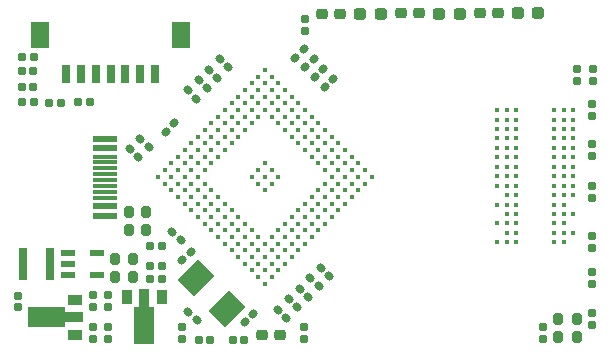
<source format=gbr>
%TF.GenerationSoftware,KiCad,Pcbnew,7.0.5-0*%
%TF.CreationDate,2023-06-19T10:32:09+08:00*%
%TF.ProjectId,slimarm_carambola,736c696d-6172-46d5-9f63-6172616d626f,rev?*%
%TF.SameCoordinates,Original*%
%TF.FileFunction,Paste,Top*%
%TF.FilePolarity,Positive*%
%FSLAX46Y46*%
G04 Gerber Fmt 4.6, Leading zero omitted, Abs format (unit mm)*
G04 Created by KiCad (PCBNEW 7.0.5-0) date 2023-06-19 10:32:09*
%MOMM*%
%LPD*%
G01*
G04 APERTURE LIST*
G04 Aperture macros list*
%AMRoundRect*
0 Rectangle with rounded corners*
0 $1 Rounding radius*
0 $2 $3 $4 $5 $6 $7 $8 $9 X,Y pos of 4 corners*
0 Add a 4 corners polygon primitive as box body*
4,1,4,$2,$3,$4,$5,$6,$7,$8,$9,$2,$3,0*
0 Add four circle primitives for the rounded corners*
1,1,$1+$1,$2,$3*
1,1,$1+$1,$4,$5*
1,1,$1+$1,$6,$7*
1,1,$1+$1,$8,$9*
0 Add four rect primitives between the rounded corners*
20,1,$1+$1,$2,$3,$4,$5,0*
20,1,$1+$1,$4,$5,$6,$7,0*
20,1,$1+$1,$6,$7,$8,$9,0*
20,1,$1+$1,$8,$9,$2,$3,0*%
%AMRotRect*
0 Rectangle, with rotation*
0 The origin of the aperture is its center*
0 $1 length*
0 $2 width*
0 $3 Rotation angle, in degrees counterclockwise*
0 Add horizontal line*
21,1,$1,$2,0,0,$3*%
%AMFreePoly0*
4,1,9,3.862500,-0.866500,0.737500,-0.866500,0.737500,-0.450000,-0.737500,-0.450000,-0.737500,0.450000,0.737500,0.450000,0.737500,0.866500,3.862500,0.866500,3.862500,-0.866500,3.862500,-0.866500,$1*%
G04 Aperture macros list end*
%ADD10RoundRect,0.150000X-0.053033X-0.265165X0.265165X0.053033X0.053033X0.265165X-0.265165X-0.053033X0*%
%ADD11RoundRect,0.150000X-0.150000X0.225000X-0.150000X-0.225000X0.150000X-0.225000X0.150000X0.225000X0*%
%ADD12R,1.200000X0.600000*%
%ADD13RoundRect,0.150000X0.265165X-0.053033X-0.053033X0.265165X-0.265165X0.053033X0.053033X-0.265165X0*%
%ADD14RoundRect,0.212500X0.262500X0.212500X-0.262500X0.212500X-0.262500X-0.212500X0.262500X-0.212500X0*%
%ADD15RotRect,2.000000X2.400000X135.000000*%
%ADD16RoundRect,0.212500X-0.212500X0.262500X-0.212500X-0.262500X0.212500X-0.262500X0.212500X0.262500X0*%
%ADD17R,0.800000X2.700000*%
%ADD18RoundRect,0.150000X0.225000X0.150000X-0.225000X0.150000X-0.225000X-0.150000X0.225000X-0.150000X0*%
%ADD19RoundRect,0.150000X-0.265165X0.053033X0.053033X-0.265165X0.265165X-0.053033X-0.053033X0.265165X0*%
%ADD20RoundRect,0.150000X-0.225000X-0.150000X0.225000X-0.150000X0.225000X0.150000X-0.225000X0.150000X0*%
%ADD21RoundRect,0.150000X0.150000X-0.225000X0.150000X0.225000X-0.150000X0.225000X-0.150000X-0.225000X0*%
%ADD22RoundRect,0.237500X0.287500X0.237500X-0.287500X0.237500X-0.287500X-0.237500X0.287500X-0.237500X0*%
%ADD23RoundRect,0.212500X0.212500X-0.262500X0.212500X0.262500X-0.212500X0.262500X-0.212500X-0.262500X0*%
%ADD24R,2.000000X0.600000*%
%ADD25R,2.000000X0.300000*%
%ADD26RoundRect,0.150000X0.053033X0.265165X-0.265165X-0.053033X-0.053033X-0.265165X0.265165X0.053033X0*%
%ADD27R,0.900000X1.300000*%
%ADD28FreePoly0,270.000000*%
%ADD29R,0.711200X1.600000*%
%ADD30R,1.600200X2.209800*%
%ADD31C,0.410000*%
%ADD32R,1.300000X0.900000*%
%ADD33FreePoly0,180.000000*%
G04 APERTURE END LIST*
D10*
%TO.C,C31*%
X34876447Y-39613553D03*
X35583553Y-38906447D03*
%TD*%
D11*
%TO.C,C23*%
X63030000Y-18160000D03*
X63030000Y-19160000D03*
%TD*%
D12*
%TO.C,U3*%
X19879050Y-33709999D03*
X19879050Y-34660000D03*
X19879050Y-35610001D03*
X22380950Y-35610001D03*
X22380950Y-33709999D03*
%TD*%
D13*
%TO.C,C28*%
X25873553Y-25623553D03*
X25166447Y-24916447D03*
%TD*%
D11*
%TO.C,C29*%
X23290000Y-37300000D03*
X23290000Y-38300000D03*
%TD*%
D13*
%TO.C,C6*%
X30823553Y-39413553D03*
X30116447Y-38706447D03*
%TD*%
%TO.C,C12*%
X39323553Y-38343553D03*
X38616447Y-37636447D03*
%TD*%
D14*
%TO.C,R21*%
X49669500Y-13460000D03*
X48145500Y-13460000D03*
%TD*%
D15*
%TO.C,Y1*%
X33378148Y-38458148D03*
X30761852Y-35841852D03*
%TD*%
D14*
%TO.C,R20*%
X56332000Y-13460000D03*
X54808000Y-13460000D03*
%TD*%
%TO.C,R3*%
X37892000Y-40700000D03*
X36368000Y-40700000D03*
%TD*%
D13*
%TO.C,C13*%
X41133553Y-36563553D03*
X40426447Y-35856447D03*
%TD*%
D16*
%TO.C,R15*%
X61440000Y-39318000D03*
X61440000Y-40842000D03*
%TD*%
D17*
%TO.C,L1*%
X18430000Y-34680000D03*
X16130000Y-34680000D03*
%TD*%
D11*
%TO.C,R10*%
X39880000Y-40000000D03*
X39880000Y-41000000D03*
%TD*%
%TO.C,C17*%
X60100000Y-40000000D03*
X60100000Y-41000000D03*
%TD*%
D18*
%TO.C,C27*%
X27880000Y-33180000D03*
X26880000Y-33180000D03*
%TD*%
D19*
%TO.C,C2*%
X32776447Y-17316447D03*
X33483553Y-18023553D03*
%TD*%
D13*
%TO.C,C15*%
X40223553Y-37453553D03*
X39516447Y-36746447D03*
%TD*%
D20*
%TO.C,R23*%
X15984999Y-18361893D03*
X16984999Y-18361893D03*
%TD*%
D21*
%TO.C,C33*%
X22060000Y-38330000D03*
X22060000Y-37330000D03*
%TD*%
D20*
%TO.C,R24*%
X15994999Y-17121893D03*
X16994999Y-17121893D03*
%TD*%
D18*
%TO.C,R2*%
X19300000Y-21000000D03*
X18300000Y-21000000D03*
%TD*%
D22*
%TO.C,D3*%
X46415000Y-13520000D03*
X44665000Y-13520000D03*
%TD*%
D21*
%TO.C,R9*%
X39980000Y-14910000D03*
X39980000Y-13910000D03*
%TD*%
D23*
%TO.C,R7*%
X26540000Y-31762000D03*
X26540000Y-30238000D03*
%TD*%
D19*
%TO.C,C3*%
X30076447Y-19966447D03*
X30783553Y-20673553D03*
%TD*%
D11*
%TO.C,C38*%
X15690000Y-37350000D03*
X15690000Y-38350000D03*
%TD*%
D19*
%TO.C,C5*%
X31865740Y-18205740D03*
X32572846Y-18912846D03*
%TD*%
D21*
%TO.C,C22*%
X64270000Y-33320000D03*
X64270000Y-32320000D03*
%TD*%
D23*
%TO.C,R6*%
X25400000Y-35752000D03*
X25400000Y-34228000D03*
%TD*%
D20*
%TO.C,R13*%
X15994999Y-20931893D03*
X16994999Y-20931893D03*
%TD*%
D24*
%TO.C,J1*%
X23031000Y-24070000D03*
X23031000Y-24870000D03*
D25*
X23031000Y-26070000D03*
X23031000Y-27070000D03*
X23031000Y-27570000D03*
X23031000Y-28570000D03*
D24*
X23031000Y-29770000D03*
X23031000Y-30570000D03*
X23031000Y-30570000D03*
X23031000Y-29770000D03*
D25*
X23031000Y-29070000D03*
X23031000Y-28070000D03*
X23031000Y-26570000D03*
X23031000Y-25570000D03*
D24*
X23031000Y-24870000D03*
X23031000Y-24070000D03*
%TD*%
D18*
%TO.C,R11*%
X34850000Y-41110000D03*
X33850000Y-41110000D03*
%TD*%
D21*
%TO.C,C30*%
X22060000Y-40980000D03*
X22060000Y-39980000D03*
%TD*%
D11*
%TO.C,C19*%
X64310000Y-21140000D03*
X64310000Y-22140000D03*
%TD*%
D22*
%TO.C,D1*%
X59732500Y-13460000D03*
X57982500Y-13460000D03*
%TD*%
D19*
%TO.C,C1*%
X30986447Y-19096447D03*
X31693553Y-19803553D03*
%TD*%
D20*
%TO.C,C41*%
X30970000Y-41080000D03*
X31970000Y-41080000D03*
%TD*%
D23*
%TO.C,R4*%
X23879050Y-35752001D03*
X23879050Y-34228001D03*
%TD*%
D21*
%TO.C,C21*%
X64270000Y-29050000D03*
X64270000Y-28050000D03*
%TD*%
D20*
%TO.C,R1*%
X20790000Y-20990000D03*
X21790000Y-20990000D03*
%TD*%
D26*
%TO.C,C9*%
X42343553Y-18996447D03*
X41636447Y-19703553D03*
%TD*%
D27*
%TO.C,U5*%
X27890000Y-37480000D03*
D28*
X26390000Y-37567500D03*
D27*
X24890000Y-37480000D03*
%TD*%
D23*
%TO.C,R14*%
X62970000Y-40842000D03*
X62970000Y-39318000D03*
%TD*%
D26*
%TO.C,R12*%
X28883553Y-22766447D03*
X28176447Y-23473553D03*
%TD*%
%TO.C,C32*%
X30313553Y-33626447D03*
X29606447Y-34333553D03*
%TD*%
%TO.C,C10*%
X41543553Y-18166447D03*
X40836447Y-18873553D03*
%TD*%
D21*
%TO.C,C26*%
X64300000Y-39840000D03*
X64300000Y-38840000D03*
%TD*%
D13*
%TO.C,C14*%
X38413553Y-39283553D03*
X37706447Y-38576447D03*
%TD*%
%TO.C,C16*%
X42013553Y-35683553D03*
X41306447Y-34976447D03*
%TD*%
D23*
%TO.C,R5*%
X25070000Y-31752000D03*
X25070000Y-30228000D03*
%TD*%
D29*
%TO.C,J4*%
X19767100Y-18572000D03*
X21017100Y-18572000D03*
X22267100Y-18572000D03*
X23517100Y-18572000D03*
X24767100Y-18572000D03*
X26017100Y-18572000D03*
X27267100Y-18572000D03*
D30*
X29514200Y-15270000D03*
X17520000Y-15270000D03*
%TD*%
D26*
%TO.C,C7*%
X39883553Y-16496447D03*
X39176447Y-17203553D03*
%TD*%
D21*
%TO.C,C24*%
X64290000Y-36390000D03*
X64290000Y-35390000D03*
%TD*%
D20*
%TO.C,R22*%
X15984999Y-19681893D03*
X16984999Y-19681893D03*
%TD*%
D31*
%TO.C,U2*%
X56269600Y-21639300D03*
X57069700Y-21639300D03*
X57869800Y-21639300D03*
X61070200Y-21639300D03*
X61870300Y-21639300D03*
X62670400Y-21639300D03*
X56269600Y-22439400D03*
X57069700Y-22439400D03*
X57869800Y-22439400D03*
X61070200Y-22439400D03*
X61870300Y-22439400D03*
X62670400Y-22439400D03*
X56269600Y-23239500D03*
X57069700Y-23239500D03*
X57869800Y-23239500D03*
X61070200Y-23239500D03*
X61870300Y-23239500D03*
X62670400Y-23239500D03*
X56269600Y-24039600D03*
X57069700Y-24039600D03*
X57869800Y-24039600D03*
X61070200Y-24039600D03*
X61870300Y-24039600D03*
X62670400Y-24039600D03*
X56269600Y-24839700D03*
X57069700Y-24839700D03*
X57869800Y-24839700D03*
X61070200Y-24839700D03*
X61870300Y-24839700D03*
X62670400Y-24839700D03*
X56269600Y-25639800D03*
X57069700Y-25639800D03*
X57869800Y-25639800D03*
X61070200Y-25639800D03*
X61870300Y-25639800D03*
X62670400Y-25639800D03*
X56269600Y-26439900D03*
X57069700Y-26439900D03*
X57869800Y-26439900D03*
X61070200Y-26439900D03*
X61870300Y-26439900D03*
X62670400Y-26439900D03*
X56269600Y-27240000D03*
X57069700Y-27240000D03*
X57869800Y-27240000D03*
X61070200Y-27240000D03*
X61870300Y-27240000D03*
X62670400Y-27240000D03*
X56269600Y-28040100D03*
X57069700Y-28040100D03*
X57869800Y-28040100D03*
X61070200Y-28040100D03*
X61870300Y-28040100D03*
X62670400Y-28040100D03*
X57069700Y-28840200D03*
X57869800Y-28840200D03*
X61070200Y-28840200D03*
X61870300Y-28840200D03*
X62670400Y-28840200D03*
X56269600Y-29640300D03*
X57069700Y-29640300D03*
X57869800Y-29640300D03*
X61070200Y-29640300D03*
X61870300Y-29640300D03*
X57069700Y-30440400D03*
X57869800Y-30440400D03*
X61070200Y-30440400D03*
X61870300Y-30440400D03*
X62670400Y-30440400D03*
X56269600Y-31240500D03*
X57069700Y-31240500D03*
X57869800Y-31240500D03*
X61070200Y-31240500D03*
X61870300Y-31240500D03*
X57069700Y-32040600D03*
X57869800Y-32040600D03*
X61070200Y-32040600D03*
X61870300Y-32040600D03*
X62670400Y-32040600D03*
X56269600Y-32840700D03*
X57069700Y-32840700D03*
X57869800Y-32840700D03*
X61070200Y-32840700D03*
X61870300Y-32840700D03*
%TD*%
D11*
%TO.C,C20*%
X64310000Y-24520000D03*
X64310000Y-25520000D03*
%TD*%
D21*
%TO.C,C34*%
X23270000Y-40990000D03*
X23270000Y-39990000D03*
%TD*%
D22*
%TO.C,D2*%
X53080000Y-13480000D03*
X51330000Y-13480000D03*
%TD*%
D26*
%TO.C,C11*%
X40723553Y-17326447D03*
X40016447Y-18033553D03*
%TD*%
D11*
%TO.C,C25*%
X64340000Y-18160000D03*
X64340000Y-19160000D03*
%TD*%
D31*
%TO.C,U1*%
X36590000Y-18239033D03*
X37155685Y-18804719D03*
X37721371Y-19370404D03*
X38287056Y-19936089D03*
X38852742Y-20501775D03*
X39418427Y-21067460D03*
X39984113Y-21633146D03*
X40549798Y-22198831D03*
X41115483Y-22764517D03*
X41681169Y-23330202D03*
X42246854Y-23895887D03*
X42812540Y-24461573D03*
X43378225Y-25027258D03*
X43943911Y-25592944D03*
X44509596Y-26158629D03*
X45075281Y-26724315D03*
X45640967Y-27290000D03*
X36024315Y-18804719D03*
X36590000Y-19370404D03*
X37155685Y-19936089D03*
X37721371Y-20501775D03*
X38287056Y-21067460D03*
X38852742Y-21633146D03*
X39418427Y-22198831D03*
X39984113Y-22764517D03*
X40549798Y-23330202D03*
X41115483Y-23895887D03*
X41681169Y-24461573D03*
X42246854Y-25027258D03*
X42812540Y-25592944D03*
X43378225Y-26158629D03*
X43943911Y-26724315D03*
X44509596Y-27290000D03*
X45075281Y-27855685D03*
X35458629Y-19370404D03*
X36024315Y-19936089D03*
X36590000Y-20501775D03*
X37155685Y-21067460D03*
X37721371Y-21633146D03*
X38287056Y-22198831D03*
X38852742Y-22764517D03*
X39418427Y-23330202D03*
X39984113Y-23895887D03*
X40549798Y-24461573D03*
X41115483Y-25027258D03*
X41681169Y-25592944D03*
X42246854Y-26158629D03*
X42812540Y-26724315D03*
X43378225Y-27290000D03*
X43943911Y-27855685D03*
X44509596Y-28421371D03*
X34892944Y-19936089D03*
X35458629Y-20501775D03*
X36024315Y-21067460D03*
X36590000Y-21633146D03*
X37155685Y-22198831D03*
X37721371Y-22764517D03*
X38287056Y-23330202D03*
X38852742Y-23895887D03*
X39418427Y-24461573D03*
X39984113Y-25027258D03*
X40549798Y-25592944D03*
X41115483Y-26158629D03*
X41681169Y-26724315D03*
X42246854Y-27290000D03*
X42812540Y-27855685D03*
X43378225Y-28421371D03*
X43943911Y-28987056D03*
X34327258Y-20501775D03*
X34892944Y-21067460D03*
X35458629Y-21633146D03*
X36024315Y-22198831D03*
X41681169Y-27855685D03*
X42246854Y-28421371D03*
X42812540Y-28987056D03*
X43378225Y-29552742D03*
X33761573Y-21067460D03*
X34327258Y-21633146D03*
X34892944Y-22198831D03*
X35458629Y-22764517D03*
X41115483Y-28421371D03*
X41681169Y-28987056D03*
X42246854Y-29552742D03*
X42812540Y-30118427D03*
X33195887Y-21633146D03*
X33761573Y-22198831D03*
X34327258Y-22764517D03*
X34892944Y-23330202D03*
X40549798Y-28987056D03*
X41115483Y-29552742D03*
X41681169Y-30118427D03*
X42246854Y-30684113D03*
X32630202Y-22198831D03*
X33195887Y-22764517D03*
X33761573Y-23330202D03*
X34327258Y-23895887D03*
X36590000Y-26158629D03*
X37155685Y-26724315D03*
X37721371Y-27290000D03*
X39984113Y-29552742D03*
X40549798Y-30118427D03*
X41115483Y-30684113D03*
X41681169Y-31249798D03*
X32064517Y-22764517D03*
X32630202Y-23330202D03*
X33195887Y-23895887D03*
X33761573Y-24461573D03*
X36024315Y-26724315D03*
X36590000Y-27290000D03*
X37155685Y-27855685D03*
X39418427Y-30118427D03*
X39984113Y-30684113D03*
X40549798Y-31249798D03*
X41115483Y-31815483D03*
X31498831Y-23330202D03*
X32064517Y-23895887D03*
X32630202Y-24461573D03*
X33195887Y-25027258D03*
X35458629Y-27290000D03*
X36024315Y-27855685D03*
X36590000Y-28421371D03*
X38852742Y-30684113D03*
X39418427Y-31249798D03*
X39984113Y-31815483D03*
X40549798Y-32381169D03*
X30933146Y-23895887D03*
X31498831Y-24461573D03*
X32064517Y-25027258D03*
X32630202Y-25592944D03*
X38287056Y-31249798D03*
X38852742Y-31815483D03*
X39418427Y-32381169D03*
X39984113Y-32946854D03*
X30367460Y-24461573D03*
X30933146Y-25027258D03*
X31498831Y-25592944D03*
X32064517Y-26158629D03*
X37721371Y-31815483D03*
X38287056Y-32381169D03*
X38852742Y-32946854D03*
X39418427Y-33512540D03*
X29801775Y-25027258D03*
X30367460Y-25592944D03*
X30933146Y-26158629D03*
X31498831Y-26724315D03*
X37155685Y-32381169D03*
X37721371Y-32946854D03*
X38287056Y-33512540D03*
X38852742Y-34078225D03*
X29236089Y-25592944D03*
X29801775Y-26158629D03*
X30367460Y-26724315D03*
X30933146Y-27290000D03*
X31498831Y-27855685D03*
X32064517Y-28421371D03*
X32630202Y-28987056D03*
X33195887Y-29552742D03*
X33761573Y-30118427D03*
X34327258Y-30684113D03*
X34892944Y-31249798D03*
X35458629Y-31815483D03*
X36024315Y-32381169D03*
X36590000Y-32946854D03*
X37155685Y-33512540D03*
X37721371Y-34078225D03*
X38287056Y-34643911D03*
X28670404Y-26158629D03*
X29236089Y-26724315D03*
X29801775Y-27290000D03*
X30367460Y-27855685D03*
X30933146Y-28421371D03*
X31498831Y-28987056D03*
X32064517Y-29552742D03*
X32630202Y-30118427D03*
X33195887Y-30684113D03*
X33761573Y-31249798D03*
X34327258Y-31815483D03*
X34892944Y-32381169D03*
X35458629Y-32946854D03*
X36024315Y-33512540D03*
X36590000Y-34078225D03*
X37155685Y-34643911D03*
X37721371Y-35209596D03*
X28104719Y-26724315D03*
X28670404Y-27290000D03*
X29236089Y-27855685D03*
X29801775Y-28421371D03*
X30367460Y-28987056D03*
X30933146Y-29552742D03*
X31498831Y-30118427D03*
X32064517Y-30684113D03*
X32630202Y-31249798D03*
X33195887Y-31815483D03*
X33761573Y-32381169D03*
X34327258Y-32946854D03*
X34892944Y-33512540D03*
X35458629Y-34078225D03*
X36024315Y-34643911D03*
X36590000Y-35209596D03*
X37155685Y-35775281D03*
X27539033Y-27290000D03*
X28104719Y-27855685D03*
X28670404Y-28421371D03*
X29236089Y-28987056D03*
X29801775Y-29552742D03*
X30367460Y-30118427D03*
X30933146Y-30684113D03*
X31498831Y-31249798D03*
X32064517Y-31815483D03*
X32630202Y-32381169D03*
X33195887Y-32946854D03*
X33761573Y-33512540D03*
X34327258Y-34078225D03*
X34892944Y-34643911D03*
X35458629Y-35209596D03*
X36024315Y-35775281D03*
X36590000Y-36340967D03*
%TD*%
D32*
%TO.C,U7*%
X20510000Y-40690000D03*
D33*
X20422500Y-39190000D03*
D32*
X20510000Y-37690000D03*
%TD*%
D13*
%TO.C,C8*%
X26733553Y-24783553D03*
X26026447Y-24076447D03*
%TD*%
D20*
%TO.C,C18*%
X26850000Y-34800000D03*
X27850000Y-34800000D03*
%TD*%
D21*
%TO.C,C37*%
X29560000Y-41000000D03*
X29560000Y-40000000D03*
%TD*%
D19*
%TO.C,C4*%
X28737154Y-31925740D03*
X29444260Y-32632846D03*
%TD*%
D14*
%TO.C,R8*%
X42964500Y-13500000D03*
X41440500Y-13500000D03*
%TD*%
D18*
%TO.C,C35*%
X27860000Y-35980000D03*
X26860000Y-35980000D03*
%TD*%
M02*

</source>
